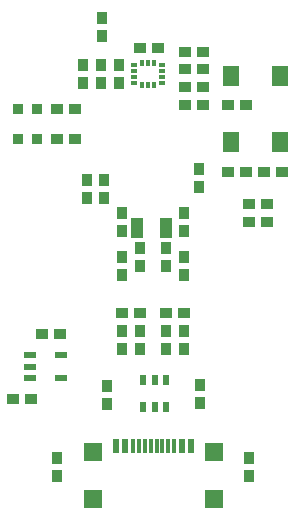
<source format=gtp>
G04*
G04 #@! TF.GenerationSoftware,Altium Limited,Altium Designer,26.1.1 (7)*
G04*
G04 Layer_Color=8421504*
%FSLAX25Y25*%
%MOIN*%
G70*
G04*
G04 #@! TF.SameCoordinates,2C92732F-79F3-4126-9C79-97B6404CCAC7*
G04*
G04*
G04 #@! TF.FilePolarity,Positive*
G04*
G01*
G75*
%ADD16R,0.03740X0.03937*%
%ADD17R,0.04331X0.02362*%
%ADD18R,0.03543X0.03740*%
%ADD19R,0.05315X0.07087*%
%ADD20R,0.03937X0.07087*%
%ADD21R,0.01200X0.02100*%
%ADD22R,0.02100X0.01200*%
%ADD23R,0.03937X0.03740*%
%ADD24R,0.05906X0.05906*%
%ADD25R,0.02362X0.03543*%
%ADD26R,0.02362X0.04528*%
%ADD27R,0.01181X0.04528*%
G36*
X195464Y189361D02*
X193364D01*
Y190561D01*
X195464D01*
Y189361D01*
D02*
G37*
D16*
X174016Y189961D02*
D03*
Y195866D02*
D03*
X168110Y189961D02*
D03*
Y195866D02*
D03*
X201772Y146653D02*
D03*
Y125984D02*
D03*
X179921Y189961D02*
D03*
X169291Y151575D02*
D03*
X175197D02*
D03*
X181102Y146653D02*
D03*
Y125984D02*
D03*
X206791Y161319D02*
D03*
X174213Y205709D02*
D03*
X201772Y140748D02*
D03*
Y131890D02*
D03*
Y107283D02*
D03*
X207024Y89346D02*
D03*
X195866Y128937D02*
D03*
X174213Y211614D02*
D03*
X179921Y195866D02*
D03*
X175197Y157480D02*
D03*
X187008Y128937D02*
D03*
X181102Y140748D02*
D03*
Y131890D02*
D03*
X169291Y157480D02*
D03*
X181102Y107283D02*
D03*
X175921Y88953D02*
D03*
X206791Y155413D02*
D03*
X195866Y107283D02*
D03*
X187008Y134843D02*
D03*
X187008Y107283D02*
D03*
X195866Y134843D02*
D03*
X175921Y83047D02*
D03*
X223425Y64961D02*
D03*
Y59055D02*
D03*
X159449Y64961D02*
D03*
Y59055D02*
D03*
X201772Y101378D02*
D03*
X181102D02*
D03*
X195866D02*
D03*
X187008D02*
D03*
X207024Y83441D02*
D03*
D17*
X150394Y99213D02*
D03*
Y95472D02*
D03*
Y91732D02*
D03*
X160630D02*
D03*
Y99213D02*
D03*
D18*
X152594Y181276D02*
D03*
X146492D02*
D03*
X152594Y171433D02*
D03*
X146492D02*
D03*
D19*
X233563Y192323D02*
D03*
X217224D02*
D03*
X233563Y170276D02*
D03*
X217224D02*
D03*
D20*
X186024Y141732D02*
D03*
X195845D02*
D03*
D21*
X191732Y189263D02*
D03*
X189764D02*
D03*
X187795D02*
D03*
Y196563D02*
D03*
X189764D02*
D03*
X191732D02*
D03*
D22*
X185114Y189961D02*
D03*
Y191929D02*
D03*
Y193898D02*
D03*
Y195866D02*
D03*
X194414D02*
D03*
Y193898D02*
D03*
Y191929D02*
D03*
D23*
X193110Y201575D02*
D03*
X160433Y106299D02*
D03*
X222441Y182480D02*
D03*
X202165Y200394D02*
D03*
X202140Y194515D02*
D03*
Y188612D02*
D03*
X202165Y182677D02*
D03*
X222441Y160433D02*
D03*
X234252D02*
D03*
X229331Y149606D02*
D03*
X201772Y113189D02*
D03*
X187205Y201575D02*
D03*
X165291Y181276D02*
D03*
Y171433D02*
D03*
X181102Y113189D02*
D03*
X150591Y84646D02*
D03*
X154527Y106299D02*
D03*
X208071Y182677D02*
D03*
X208046Y194515D02*
D03*
Y188612D02*
D03*
X208071Y200394D02*
D03*
X195866Y113189D02*
D03*
X216535Y182480D02*
D03*
X223425Y149606D02*
D03*
X223425Y143701D02*
D03*
X187008Y113189D02*
D03*
X228346Y160433D02*
D03*
X216535D02*
D03*
X229331Y143701D02*
D03*
X159386Y171433D02*
D03*
Y181276D02*
D03*
X144685Y84646D02*
D03*
D24*
X211735Y66869D02*
D03*
Y51396D02*
D03*
X171421Y66869D02*
D03*
Y51396D02*
D03*
D25*
X191929Y82087D02*
D03*
X188189D02*
D03*
X195669D02*
D03*
Y91142D02*
D03*
X191929D02*
D03*
X188189D02*
D03*
D26*
X204176Y69132D02*
D03*
X178980D02*
D03*
X201027D02*
D03*
X182129D02*
D03*
D27*
X192562D02*
D03*
X188625D02*
D03*
X194531D02*
D03*
X190594D02*
D03*
X184688D02*
D03*
X198468D02*
D03*
X196499D02*
D03*
X186657D02*
D03*
M02*

</source>
